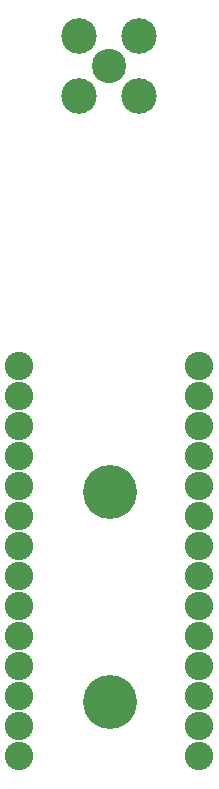
<source format=gbs>
G04 #@! TF.FileFunction,Soldermask,Bot*
%FSLAX46Y46*%
G04 Gerber Fmt 4.6, Leading zero omitted, Abs format (unit mm)*
G04 Created by KiCad (PCBNEW 4.0.0-rc2-1-stable) date Wednesday, February 17, 2016 'pmt' 06:13:41 pm*
%MOMM*%
G01*
G04 APERTURE LIST*
%ADD10C,0.150000*%
%ADD11C,2.908000*%
%ADD12C,3.008000*%
%ADD13C,2.408000*%
%ADD14C,4.572000*%
G04 APERTURE END LIST*
D10*
D11*
X25971500Y-18542000D03*
D12*
X23431500Y-16002000D03*
X28511500Y-16002000D03*
X28511500Y-21082000D03*
X23431500Y-21082000D03*
D13*
X33591500Y-74422000D03*
X33591500Y-71882000D03*
X33591500Y-69342000D03*
X33591500Y-66802000D03*
X33591500Y-64262000D03*
X33591500Y-61722000D03*
X33591500Y-59182000D03*
X33591500Y-56642000D03*
X33591500Y-54102000D03*
X33591500Y-51562000D03*
X33591500Y-49022000D03*
X33591500Y-46482000D03*
X33591500Y-43942000D03*
X18351500Y-43942000D03*
X18351500Y-46482000D03*
X18351500Y-49022000D03*
X18351500Y-51562000D03*
X18351500Y-54102000D03*
X18351500Y-56642000D03*
X18351500Y-59182000D03*
X18351500Y-61722000D03*
X18351500Y-64262000D03*
X18351500Y-66802000D03*
X18351500Y-69342000D03*
X18351500Y-71882000D03*
X18351500Y-74422000D03*
X18351500Y-76962000D03*
X33591500Y-76962000D03*
D14*
X26035000Y-54610000D03*
X26035000Y-72390000D03*
M02*

</source>
